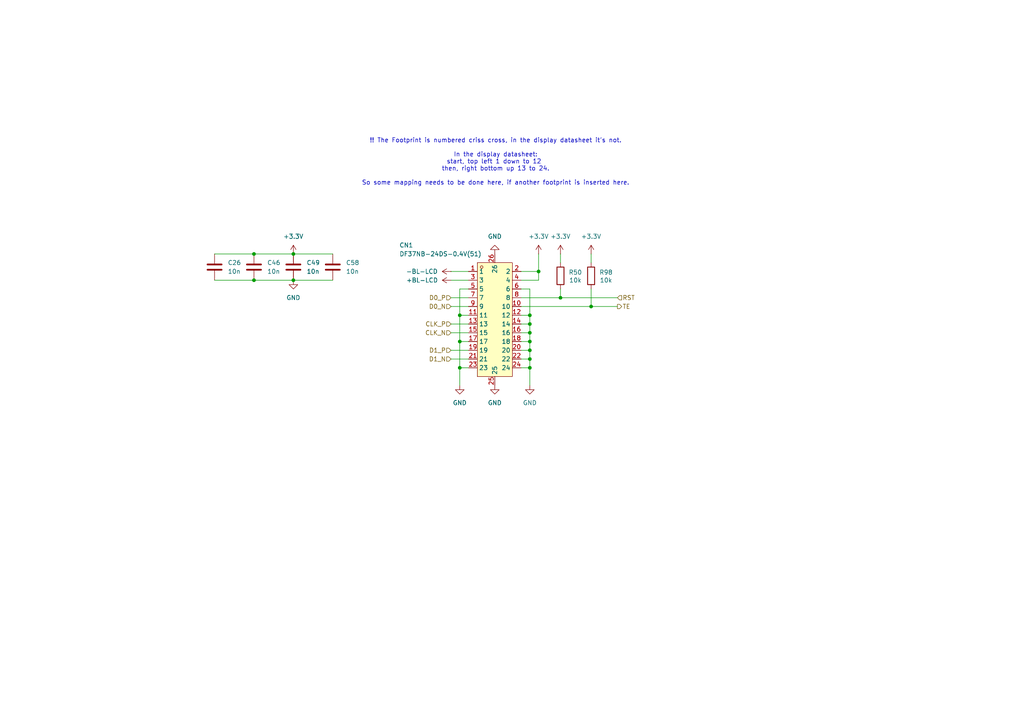
<source format=kicad_sch>
(kicad_sch (version 20231120) (generator "eeschema") (generator_version "8.0")
  (paper "A4")
  (title_block (title "WHY2025 badge") (date "2024-08-27") (rev "Prototype 2") (company "Badge.Team") (comment 1 "Copyright 2024 Nicolai Electronics") (comment 2 "License: CERN-OHL-P") (comment 3 "Untested prototype design") (comment 4 "(Work in progress!)"))
  (lib_symbols
    (symbol "Device:C" (pin_numbers hide) (pin_names (offset 0.254))
      (property "Reference" "C" (at 0.635 2.54 0))
      (property "Value" "C" (at 0.635 -2.54 0))
      (symbol "C_0_1"
        (polyline (pts (xy -2.032 -0.762) (xy 2.032 -0.762)) (stroke (width 0.508)))
        (polyline (pts (xy -2.032 0.762) (xy 2.032 0.762)) (stroke (width 0.508)))
      )
      (symbol "C_1_1"
        (pin passive line (at 0 3.81 270) (length 2.794) (name "~") (number "1"))
        (pin passive line (at 0 -3.81 90) (length 2.794) (name "~") (number "2"))
      )
    )
    (symbol "Device:R" (pin_numbers hide) (pin_names (offset 0))
      (property "Reference" "R" (at 2.032 0 90))
      (property "Value" "R" (at 0 0 90))
      (symbol "R_0_1"
        (rectangle (start -1.016 -2.54) (end 1.016 2.54) (stroke (width 0.254)))
      )
      (symbol "R_1_1"
        (pin passive line (at 0 3.81 270) (length 1.27) (name "~") (number "1"))
        (pin passive line (at 0 -3.81 90) (length 1.27) (name "~") (number "2"))
      )
    )
    (symbol "custom-power:+BL-LCD" (power) (pin_numbers hide) (pin_names (offset 0) hide)
      (property "Value" "+BL-LCD" (at 0 3.556 0))
      (symbol "+BL-LCD_0_1"
        (polyline (pts (xy -0.762 1.27) (xy 0 2.54)))
        (polyline (pts (xy 0 0) (xy 0 2.54)))
        (polyline (pts (xy 0 2.54) (xy 0.762 1.27)))
      )
      (symbol "+BL-LCD_1_1"
        (pin power_in line (at 0 0 90) (length 0) (name "~") (number "1"))
      )
    )
    (symbol "custom-power:-BL-LCD" (power) (pin_numbers hide) (pin_names (offset 0) hide)
      (property "Value" "-BL-LCD" (at 0 3.556 0))
      (symbol "-BL-LCD_0_1"
        (polyline (pts (xy -0.762 1.27) (xy 0 2.54)))
        (polyline (pts (xy 0 0) (xy 0 2.54)))
        (polyline (pts (xy 0 2.54) (xy 0.762 1.27)))
      )
      (symbol "-BL-LCD_1_1"
        (pin power_in line (at 0 0 90) (length 0) (name "~") (number "1"))
      )
    )
    (symbol "lcsc:DF37NB-24DS-0.4V(51)"
      (property "Reference" "CN" (at 0 24.13 0))
      (property "Value" "DF37NB-24DS-0.4V(51)" (at 0 -24.13 0))
      (symbol "DF37NB-24DS-0.4V(51)_0_1"
        (rectangle (start -5.08 16.51) (end 5.08 -16.51) (fill (type background)))
        (circle (center -3.81 15.24) (radius 0.38))
        (pin unspecified line (at -7.62 13.97 0) (length 2.54) (name "1") (number "1"))
        (pin unspecified line (at 7.62 3.81 180) (length 2.54) (name "10") (number "10"))
        (pin unspecified line (at -7.62 1.27 0) (length 2.54) (name "11") (number "11"))
        (pin unspecified line (at 7.62 1.27 180) (length 2.54) (name "12") (number "12"))
        (pin unspecified line (at -7.62 -1.27 0) (length 2.54) (name "13") (number "13"))
        (pin unspecified line (at 7.62 -1.27 180) (length 2.54) (name "14") (number "14"))
        (pin unspecified line (at -7.62 -3.81 0) (length 2.54) (name "15") (number "15"))
        (pin unspecified line (at 7.62 -3.81 180) (length 2.54) (name "16") (number "16"))
        (pin unspecified line (at -7.62 -6.35 0) (length 2.54) (name "17") (number "17"))
        (pin unspecified line (at 7.62 -6.35 180) (length 2.54) (name "18") (number "18"))
        (pin unspecified line (at -7.62 -8.89 0) (length 2.54) (name "19") (number "19"))
        (pin unspecified line (at 7.62 13.97 180) (length 2.54) (name "2") (number "2"))
        (pin unspecified line (at 7.62 -8.89 180) (length 2.54) (name "20") (number "20"))
        (pin unspecified line (at -7.62 -11.43 0) (length 2.54) (name "21") (number "21"))
        (pin unspecified line (at 7.62 -11.43 180) (length 2.54) (name "22") (number "22"))
        (pin unspecified line (at -7.62 -13.97 0) (length 2.54) (name "23") (number "23"))
        (pin unspecified line (at 7.62 -13.97 180) (length 2.54) (name "24") (number "24"))
        (pin unspecified line (at 0 -19.05 90) (length 2.54) (name "25") (number "25"))
        (pin unspecified line (at 0 19.05 270) (length 2.54) (name "26") (number "26"))
        (pin unspecified line (at -7.62 11.43 0) (length 2.54) (name "3") (number "3"))
        (pin unspecified line (at 7.62 11.43 180) (length 2.54) (name "4") (number "4"))
        (pin unspecified line (at -7.62 8.89 0) (length 2.54) (name "5") (number "5"))
        (pin unspecified line (at 7.62 8.89 180) (length 2.54) (name "6") (number "6"))
        (pin unspecified line (at -7.62 6.35 0) (length 2.54) (name "7") (number "7"))
        (pin unspecified line (at 7.62 6.35 180) (length 2.54) (name "8") (number "8"))
        (pin unspecified line (at -7.62 3.81 0) (length 2.54) (name "9") (number "9"))
      )
    )
    (symbol "power:+3.3V" (power) (pin_numbers hide) (pin_names (offset 0) hide)
      (property "Value" "+3.3V" (at 0 3.556 0))
      (symbol "+3.3V_0_1"
        (polyline (pts (xy -0.762 1.27) (xy 0 2.54)))
        (polyline (pts (xy 0 0) (xy 0 2.54)))
        (polyline (pts (xy 0 2.54) (xy 0.762 1.27)))
      )
      (symbol "+3.3V_1_1"
        (pin power_in line (at 0 0 90) (length 0) (name "~") (number "1"))
      )
    )
    (symbol "power:GND" (power) (pin_names (offset 0))
      (property "Value" "GND" (at 0 -3.81 0))
      (symbol "GND_0_1"
        (polyline (pts (xy 0 0) (xy 0 -1.27) (xy 1.27 -1.27) (xy 0 -2.54) (xy -1.27 -1.27) (xy 0 -1.27)))
      )
      (symbol "GND_1_1"
        (pin power_in line (at 0 0 270) (length 0) hide (name "GND") (number "1"))
      )
    )
  )
  (junction (at 153.67 101.6))
  (junction (at 171.45 88.9))
  (junction (at 133.35 99.06))
  (junction (at 153.67 104.14))
  (junction (at 133.35 91.44))
  (junction (at 153.67 99.06))
  (junction (at 133.35 106.68))
  (junction (at 153.67 91.44))
  (junction (at 153.67 93.98))
  (junction (at 73.66 81.28))
  (junction (at 85.09 81.28))
  (junction (at 153.67 106.68))
  (junction (at 73.66 73.66))
  (junction (at 85.09 73.66))
  (junction (at 153.67 96.52))
  (junction (at 156.21 78.74))
  (junction (at 162.56 86.36))
  (wire (pts (xy 153.67 93.98) (xy 153.67 96.52)))
  (wire (pts (xy 73.66 81.28) (xy 85.09 81.28)))
  (wire (pts (xy 62.23 81.28) (xy 73.66 81.28)))
  (wire (pts (xy 151.13 91.44) (xy 153.67 91.44)))
  (wire (pts (xy 133.35 99.06) (xy 135.89 99.06)))
  (wire (pts (xy 62.23 73.66) (xy 73.66 73.66)))
  (wire (pts (xy 130.81 93.98) (xy 135.89 93.98)))
  (wire (pts (xy 130.81 78.74) (xy 135.89 78.74)))
  (wire (pts (xy 162.56 73.66) (xy 162.56 76.2)))
  (wire (pts (xy 130.81 96.52) (xy 135.89 96.52)))
  (wire (pts (xy 130.81 104.14) (xy 135.89 104.14)))
  (wire (pts (xy 156.21 78.74) (xy 156.21 81.28)))
  (wire (pts (xy 153.67 96.52) (xy 153.67 99.06)))
  (wire (pts (xy 151.13 93.98) (xy 153.67 93.98)))
  (wire (pts (xy 156.21 78.74) (xy 156.21 73.66)))
  (wire (pts (xy 151.13 104.14) (xy 153.67 104.14)))
  (wire (pts (xy 133.35 106.68) (xy 133.35 111.76)))
  (wire (pts (xy 151.13 88.9) (xy 171.45 88.9)))
  (wire (pts (xy 162.56 86.36) (xy 179.07 86.36)))
  (wire (pts (xy 153.67 91.44) (xy 153.67 93.98)))
  (wire (pts (xy 153.67 106.68) (xy 153.67 111.76)))
  (wire (pts (xy 151.13 99.06) (xy 153.67 99.06)))
  (wire (pts (xy 73.66 73.66) (xy 85.09 73.66)))
  (wire (pts (xy 151.13 96.52) (xy 153.67 96.52)))
  (wire (pts (xy 162.56 86.36) (xy 162.56 83.82)))
  (wire (pts (xy 133.35 99.06) (xy 133.35 106.68)))
  (wire (pts (xy 130.81 88.9) (xy 135.89 88.9)))
  (wire (pts (xy 130.81 81.28) (xy 135.89 81.28)))
  (wire (pts (xy 153.67 83.82) (xy 153.67 91.44)))
  (wire (pts (xy 151.13 83.82) (xy 153.67 83.82)))
  (wire (pts (xy 171.45 88.9) (xy 171.45 83.82)))
  (wire (pts (xy 171.45 88.9) (xy 179.07 88.9)))
  (wire (pts (xy 130.81 101.6) (xy 135.89 101.6)))
  (wire (pts (xy 85.09 73.66) (xy 96.52 73.66)))
  (wire (pts (xy 151.13 78.74) (xy 156.21 78.74)))
  (wire (pts (xy 130.81 86.36) (xy 135.89 86.36)))
  (wire (pts (xy 153.67 101.6) (xy 153.67 104.14)))
  (wire (pts (xy 153.67 99.06) (xy 153.67 101.6)))
  (wire (pts (xy 151.13 101.6) (xy 153.67 101.6)))
  (wire (pts (xy 133.35 106.68) (xy 135.89 106.68)))
  (wire (pts (xy 156.21 81.28) (xy 151.13 81.28)))
  (wire (pts (xy 171.45 73.66) (xy 171.45 76.2)))
  (wire (pts (xy 151.13 86.36) (xy 162.56 86.36)))
  (wire (pts (xy 151.13 106.68) (xy 153.67 106.68)))
  (wire (pts (xy 133.35 83.82) (xy 133.35 91.44)))
  (wire (pts (xy 133.35 91.44) (xy 135.89 91.44)))
  (wire (pts (xy 133.35 91.44) (xy 133.35 99.06)))
  (wire (pts (xy 153.67 104.14) (xy 153.67 106.68)))
  (wire (pts (xy 85.09 81.28) (xy 96.52 81.28)))
  (wire (pts (xy 135.89 83.82) (xy 133.35 83.82)))
  (text "!! The Footprint is numbered criss cross, in the display datasheet it's not.\n\nIn the display datasheet:\nstart, top left 1 down to 12 \nthen, right bottom up 13 to 24.\n\nSo some mapping needs to be done here, if another footprint is inserted here." (at 143.764 46.99 0) (effects (font (size 1.27 1.27))))
  (hierarchical_label "D1_P" (shape input) (at 130.81 101.6 180))
  (hierarchical_label "CLK_N" (shape input) (at 130.81 96.52 180))
  (hierarchical_label "D0_P" (shape input) (at 130.81 86.36 180))
  (hierarchical_label "D0_N" (shape input) (at 130.81 88.9 180))
  (hierarchical_label "RST" (shape input) (at 179.07 86.36 0))
  (hierarchical_label "CLK_P" (shape input) (at 130.81 93.98 180))
  (hierarchical_label "TE" (shape output) (at 179.07 88.9 0))
  (hierarchical_label "D1_N" (shape input) (at 130.81 104.14 180))
  (symbol (lib_id "Device:C") (at 73.66 77.47 0) (unit 1)
    (property "Reference" "C46" (at 77.47 76.1999 0) (effects (justify left)))
    (property "Value" "10n" (at 77.47 78.7399 0) (effects (justify left)))
    (property "Footprint" "Capacitor_SMD:C_0402_1005Metric" (effects (hide yes)))
    (property "Datasheet" "https://wmsc.lcsc.com/wmsc/upload/file/pdf/v2/lcsc/2304140030_Samsung-Electro-Mechanics-CL05B103KB5NNNC_C15195.pdf" (effects (hide yes)))
    (property "LCSC" "C15195" (effects (hide yes)))
  )
  (symbol (lib_id "Device:C") (at 62.23 77.47 0) (unit 1)
    (property "Reference" "C26" (at 66.04 76.1999 0) (effects (justify left)))
    (property "Value" "10n" (at 66.04 78.7399 0) (effects (justify left)))
    (property "Footprint" "Capacitor_SMD:C_0402_1005Metric" (effects (hide yes)))
    (property "Datasheet" "https://wmsc.lcsc.com/wmsc/upload/file/pdf/v2/lcsc/2304140030_Samsung-Electro-Mechanics-CL05B103KB5NNNC_C15195.pdf" (effects (hide yes)))
    (property "LCSC" "C15195" (effects (hide yes)))
  )
  (symbol (lib_id "power:+3.3V") (at 156.21 73.66 0) (unit 1)
    (property "Reference" "#PWR0188" (effects (hide yes)))
    (property "Value" "+3.3V" (at 156.21 68.58 0))
    (property "Description" "Power symbol creates a global label with name \"+3.3V\"" (effects (hide yes)))
  )
  (symbol (lib_id "Device:C") (at 85.09 77.47 0) (unit 1)
    (property "Reference" "C49" (at 88.9 76.1999 0) (effects (justify left)))
    (property "Value" "10n" (at 88.9 78.7399 0) (effects (justify left)))
    (property "Footprint" "Capacitor_SMD:C_0402_1005Metric" (effects (hide yes)))
    (property "Datasheet" "https://wmsc.lcsc.com/wmsc/upload/file/pdf/v2/lcsc/2304140030_Samsung-Electro-Mechanics-CL05B103KB5NNNC_C15195.pdf" (effects (hide yes)))
    (property "LCSC" "C15195" (effects (hide yes)))
  )
  (symbol (lib_id "custom-power:-BL-LCD") (at 130.81 78.74 90) (unit 1)
    (property "Reference" "#PWR0199" (effects (hide yes)))
    (property "Value" "-BL-LCD" (at 127 78.7399 90) (effects (justify left)))
    (property "Description" "Power symbol creates a global label with name \"-BL-LCD\"" (effects (hide yes)))
  )
  (symbol (lib_id "Device:R") (at 171.45 80.01 0) (mirror x) (unit 1)
    (property "Reference" "R98" (at 175.768 78.994 0))
    (property "Value" "10k" (at 175.768 81.28 0))
    (property "Footprint" "Resistor_SMD:R_0402_1005Metric" (effects (hide yes)))
    (property "Datasheet" "https://datasheet.lcsc.com/lcsc/2304140030_YAGEO-RC0402FR-0710KL_C60490.pdf" (effects (hide yes)))
    (property "LCSC" "C60490" (effects (hide yes)))
  )
  (symbol (lib_id "power:GND") (at 143.51 111.76 0) (unit 1)
    (property "Reference" "#PWR0268" (effects (hide yes)))
    (property "Value" "GND" (at 143.51 116.84 0))
  )
  (symbol (lib_id "power:GND") (at 143.51 73.66 180) (unit 1)
    (property "Reference" "#PWR0269" (effects (hide yes)))
    (property "Value" "GND" (at 143.51 68.58 0))
  )
  (symbol (lib_id "Device:C") (at 96.52 77.47 0) (unit 1)
    (property "Reference" "C58" (at 100.33 76.1999 0) (effects (justify left)))
    (property "Value" "10n" (at 100.33 78.7399 0) (effects (justify left)))
    (property "Footprint" "Capacitor_SMD:C_0402_1005Metric" (effects (hide yes)))
    (property "Datasheet" "https://wmsc.lcsc.com/wmsc/upload/file/pdf/v2/lcsc/2304140030_Samsung-Electro-Mechanics-CL05B103KB5NNNC_C15195.pdf" (effects (hide yes)))
    (property "LCSC" "C15195" (effects (hide yes)))
  )
  (symbol (lib_id "power:GND") (at 85.09 81.28 0) (unit 1)
    (property "Reference" "#PWR0255" (effects (hide yes)))
    (property "Value" "GND" (at 85.09 86.36 0))
  )
  (symbol (lib_id "power:GND") (at 133.35 111.76 0) (unit 1)
    (property "Reference" "#PWR0190" (effects (hide yes)))
    (property "Value" "GND" (at 133.35 116.84 0))
  )
  (symbol (lib_id "power:+3.3V") (at 85.09 73.66 0) (unit 1)
    (property "Reference" "#PWR0254" (effects (hide yes)))
    (property "Value" "+3.3V" (at 85.09 68.58 0))
    (property "Description" "Power symbol creates a global label with name \"+3.3V\"" (effects (hide yes)))
  )
  (symbol (lib_id "power:+3.3V") (at 171.45 73.66 0) (unit 1)
    (property "Reference" "#PWR0208" (effects (hide yes)))
    (property "Value" "+3.3V" (at 171.45 68.58 0))
    (property "Description" "Power symbol creates a global label with name \"+3.3V\"" (effects (hide yes)))
  )
  (symbol (lib_id "power:GND") (at 153.67 111.76 0) (unit 1)
    (property "Reference" "#PWR0191" (effects (hide yes)))
    (property "Value" "GND" (at 153.67 116.84 0))
  )
  (symbol (lib_id "lcsc:DF37NB-24DS-0.4V(51)") (at 143.51 92.71 0) (unit 1)
    (property "Reference" "CN1" (at 115.824 71.12 0) (effects (justify left)))
    (property "Value" "DF37NB-24DS-0.4V(51)" (at 115.824 73.66 0) (effects (justify left)))
    (property "Footprint" "lcsc:CONN-SMD_DF37NB-24DS-0.4V" (effects (hide yes)))
    (property "Datasheet" "https://www.lcsc.com/datasheet/lcsc_datasheet_2304282030_HRS-Hirose-DF37NB-24DS-0-4V-51_C3036280.pdf" (effects (hide yes)))
    (property "LCSC Part" "C3036280" (effects (hide yes)))
    (property "LCSC" "C3036280" (effects (hide yes)))
  )
  (symbol (lib_id "power:+3.3V") (at 162.56 73.66 0) (unit 1)
    (property "Reference" "#PWR0189" (effects (hide yes)))
    (property "Value" "+3.3V" (at 162.56 68.58 0))
    (property "Description" "Power symbol creates a global label with name \"+3.3V\"" (effects (hide yes)))
  )
  (symbol (lib_id "Device:R") (at 162.56 80.01 0) (mirror x) (unit 1)
    (property "Reference" "R50" (at 166.878 78.994 0))
    (property "Value" "10k" (at 166.878 81.28 0))
    (property "Footprint" "Resistor_SMD:R_0402_1005Metric" (effects (hide yes)))
    (property "Datasheet" "https://datasheet.lcsc.com/lcsc/2304140030_YAGEO-RC0402FR-0710KL_C60490.pdf" (effects (hide yes)))
    (property "LCSC" "C60490" (effects (hide yes)))
  )
  (symbol (lib_id "custom-power:+BL-LCD") (at 130.81 81.28 90) (unit 1)
    (property "Reference" "#PWR0192" (effects (hide yes)))
    (property "Value" "+BL-LCD" (at 122.428 81.28 90))
    (property "Description" "Power symbol creates a global label with name \"+BL-LCD\"" (effects (hide yes)))
  )
)
</source>
